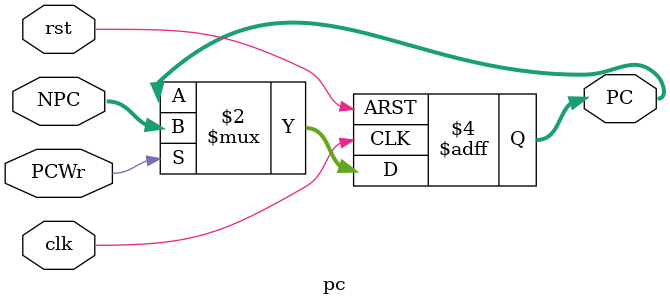
<source format=v>
module pc(NPC,PCWr,clk,rst,PC);
    input   [31:2]   NPC ;//nextpc
    input            PCWr ;//PC enable write
    input            clk, rst ;//clock,reset
    output  [31:2]   PC ;   //pc
    
    reg   [31:2]   PC ;
    
    always @(posedge clk or posedge rst)
    begin
        if (rst)
           PC <= 30'h0c00 ;
        else if (PCWr) 
           PC <= NPC ;
    end
    
endmodule

</source>
